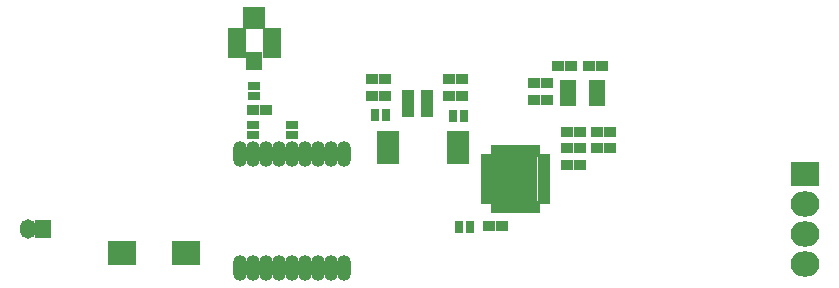
<source format=gbs>
G04 #@! TF.FileFunction,Soldermask,Bot*
%FSLAX46Y46*%
G04 Gerber Fmt 4.6, Leading zero omitted, Abs format (unit mm)*
G04 Created by KiCad (PCBNEW 4.0.5+dfsg1-4) date Tue Oct  2 15:16:33 2018*
%MOMM*%
%LPD*%
G01*
G04 APERTURE LIST*
%ADD10C,0.100000*%
%ADD11R,1.500000X2.650000*%
%ADD12R,1.450000X1.500000*%
%ADD13R,1.924000X1.924000*%
%ADD14R,1.850000X0.850000*%
%ADD15O,1.200000X2.200000*%
%ADD16R,1.350000X1.650000*%
%ADD17O,1.350000X1.650000*%
%ADD18R,1.000000X0.900000*%
%ADD19R,0.800000X1.000000*%
%ADD20R,2.400000X2.000000*%
%ADD21R,0.650000X1.100000*%
%ADD22R,1.100000X0.650000*%
%ADD23R,2.125000X2.125000*%
%ADD24R,1.400000X2.200000*%
%ADD25R,2.432000X2.127200*%
%ADD26O,2.432000X2.127200*%
%ADD27R,1.000000X0.800000*%
G04 APERTURE END LIST*
D10*
D11*
X143375000Y-107000000D03*
X140425000Y-107000000D03*
D12*
X141900000Y-108550000D03*
D13*
X141900000Y-104900000D03*
D14*
X153250000Y-116775000D03*
X153250000Y-116125000D03*
X153250000Y-115475000D03*
X153250000Y-114825000D03*
X159150000Y-114825000D03*
X159150000Y-115475000D03*
X159150000Y-116125000D03*
X159150000Y-116775000D03*
D15*
X140680000Y-116350000D03*
X141780000Y-116350000D03*
X142880000Y-116350000D03*
X143980000Y-116350000D03*
X145080000Y-116350000D03*
X146180000Y-116350000D03*
X147280000Y-116350000D03*
X148380000Y-116350000D03*
X149480000Y-116350000D03*
X149480000Y-126050000D03*
X148380000Y-126050000D03*
X147280000Y-126050000D03*
X146180000Y-126050000D03*
X145080000Y-126050000D03*
X143980000Y-126050000D03*
X142880000Y-126050000D03*
X141780000Y-126050000D03*
X140680000Y-126050000D03*
D16*
X123990000Y-122730000D03*
D17*
X122740000Y-122730000D03*
D18*
X165550000Y-111800000D03*
X166650000Y-111800000D03*
X162850000Y-122500000D03*
X161750000Y-122500000D03*
X170950000Y-115900000D03*
X172050000Y-115900000D03*
X170950000Y-114500000D03*
X172050000Y-114500000D03*
X168350000Y-114500000D03*
X169450000Y-114500000D03*
X168350000Y-115900000D03*
X169450000Y-115900000D03*
X168750000Y-108900000D03*
X167650000Y-108900000D03*
X171350000Y-108900000D03*
X170250000Y-108900000D03*
X152950000Y-111500000D03*
X151850000Y-111500000D03*
X159450000Y-111500000D03*
X158350000Y-111500000D03*
X159450000Y-110000000D03*
X158350000Y-110000000D03*
X152950000Y-110000000D03*
X151850000Y-110000000D03*
D19*
X160150000Y-122600000D03*
X159250000Y-122600000D03*
X159650000Y-113200000D03*
X158750000Y-113200000D03*
X152150000Y-113100000D03*
X153050000Y-113100000D03*
D20*
X136100000Y-124750000D03*
X130700000Y-124750000D03*
D21*
X165750000Y-120900000D03*
X165250000Y-120900000D03*
X164750000Y-120900000D03*
X164250000Y-120900000D03*
X163750000Y-120900000D03*
X163250000Y-120900000D03*
X162750000Y-120900000D03*
X162250000Y-120900000D03*
D22*
X161600000Y-120250000D03*
X161600000Y-119750000D03*
X161600000Y-119250000D03*
X161600000Y-118750000D03*
X161600000Y-118250000D03*
X161600000Y-117750000D03*
X161600000Y-117250000D03*
X161600000Y-116750000D03*
D21*
X162250000Y-116100000D03*
X162750000Y-116100000D03*
X163250000Y-116100000D03*
X163750000Y-116100000D03*
X164250000Y-116100000D03*
X164750000Y-116100000D03*
X165250000Y-116100000D03*
X165750000Y-116100000D03*
D22*
X166400000Y-116750000D03*
X166400000Y-117250000D03*
X166400000Y-117750000D03*
X166400000Y-118250000D03*
X166400000Y-118750000D03*
X166400000Y-119250000D03*
X166400000Y-119750000D03*
X166400000Y-120250000D03*
D23*
X163137500Y-117637500D03*
X164862500Y-117637500D03*
X163137500Y-119362500D03*
X164862500Y-119362500D03*
D22*
X154900000Y-112900000D03*
X154900000Y-112500000D03*
X154900000Y-112100000D03*
X154900000Y-111700000D03*
X154900000Y-111300000D03*
X156500000Y-111300000D03*
X156500000Y-111700000D03*
X156500000Y-112100000D03*
X156500000Y-112500000D03*
X156500000Y-112900000D03*
D24*
X170950000Y-111200000D03*
X168450000Y-111200000D03*
D25*
X188520000Y-118040000D03*
D26*
X188520000Y-120580000D03*
X188520000Y-123120000D03*
X188520000Y-125660000D03*
D18*
X165550000Y-110400000D03*
X166650000Y-110400000D03*
X168350000Y-117300000D03*
X169450000Y-117300000D03*
X142890000Y-112700000D03*
X141790000Y-112700000D03*
D27*
X145100000Y-113900000D03*
X145100000Y-114800000D03*
X141780000Y-113890000D03*
X141780000Y-114790000D03*
X141850000Y-110600000D03*
X141850000Y-111500000D03*
M02*

</source>
